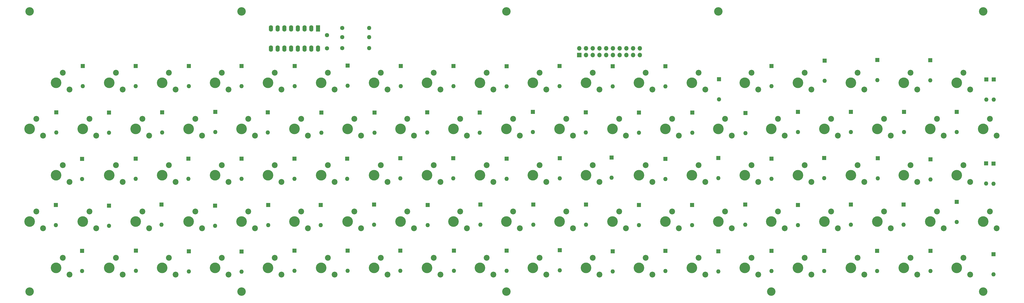
<source format=gbr>
%TF.GenerationSoftware,KiCad,Pcbnew,6.0.11+dfsg-1*%
%TF.CreationDate,2025-05-09T07:28:30+02:00*%
%TF.ProjectId,AkkordeonDiskant,416b6b6f-7264-4656-9f6e-4469736b616e,rev?*%
%TF.SameCoordinates,Original*%
%TF.FileFunction,Soldermask,Bot*%
%TF.FilePolarity,Negative*%
%FSLAX46Y46*%
G04 Gerber Fmt 4.6, Leading zero omitted, Abs format (unit mm)*
G04 Created by KiCad (PCBNEW 6.0.11+dfsg-1) date 2025-05-09 07:28:30*
%MOMM*%
%LPD*%
G01*
G04 APERTURE LIST*
%ADD10R,1.600000X1.600000*%
%ADD11O,1.600000X1.600000*%
%ADD12C,4.000000*%
%ADD13C,2.200000*%
%ADD14C,3.200000*%
%ADD15R,1.600000X2.400000*%
%ADD16O,1.600000X2.400000*%
%ADD17C,1.600000*%
%ADD18R,1.700000X1.700000*%
%ADD19O,1.700000X1.700000*%
G04 APERTURE END LIST*
D10*
%TO.C,D76*%
X270002000Y-143764000D03*
D11*
X270002000Y-151384000D03*
%TD*%
D10*
%TO.C,D39*%
X170053000Y-143637000D03*
D11*
X170053000Y-151257000D03*
%TD*%
D10*
%TO.C,D47*%
X329946000Y-213614000D03*
D11*
X329946000Y-221234000D03*
%TD*%
D12*
%TO.C,SW406*%
X130000000Y-167500000D03*
D13*
X135080000Y-170040000D03*
X132540000Y-163690000D03*
%TD*%
D12*
%TO.C,SW307*%
X160000000Y-185000000D03*
D13*
X165080000Y-187540000D03*
X162540000Y-181190000D03*
%TD*%
D12*
%TO.C,SW205*%
X110000000Y-202500000D03*
D13*
X115080000Y-205040000D03*
X112540000Y-198690000D03*
%TD*%
D10*
%TO.C,D73*%
X210058000Y-143764000D03*
D11*
X210058000Y-151384000D03*
%TD*%
D14*
%TO.C,REF120*%
X110000000Y-123000000D03*
%TD*%
D10*
%TO.C,D26*%
X59944000Y-161290000D03*
D11*
X59944000Y-168910000D03*
%TD*%
D10*
%TO.C,D79*%
X330073000Y-141605000D03*
D11*
X330073000Y-149225000D03*
%TD*%
D10*
%TO.C,D68*%
X259969000Y-161290000D03*
D11*
X259969000Y-168910000D03*
%TD*%
D10*
%TO.C,D82*%
X379984000Y-195072000D03*
D11*
X379984000Y-202692000D03*
%TD*%
D10*
%TO.C,D65*%
X199898000Y-161290000D03*
D11*
X199898000Y-168910000D03*
%TD*%
D10*
%TO.C,D53*%
X280035000Y-196215000D03*
D11*
X280035000Y-203835000D03*
%TD*%
D12*
%TO.C,SW211*%
X230000000Y-202500000D03*
D13*
X235080000Y-205040000D03*
X232540000Y-198690000D03*
%TD*%
D10*
%TO.C,D90*%
X391033000Y-180467000D03*
D11*
X391033000Y-188087000D03*
%TD*%
D12*
%TO.C,SW202*%
X50000000Y-202500000D03*
D13*
X55080000Y-205040000D03*
X52540000Y-198690000D03*
%TD*%
D10*
%TO.C,D81*%
X359918000Y-196088000D03*
D11*
X359918000Y-203708000D03*
%TD*%
D10*
%TO.C,D32*%
X180086000Y-161163000D03*
D11*
X180086000Y-168783000D03*
%TD*%
D10*
%TO.C,D69*%
X280162000Y-161290000D03*
D11*
X280162000Y-168910000D03*
%TD*%
D12*
%TO.C,SW302*%
X60000000Y-185000000D03*
D13*
X65080000Y-187540000D03*
X62540000Y-181190000D03*
%TD*%
D12*
%TO.C,SW108*%
X180000000Y-220000000D03*
D13*
X185080000Y-222540000D03*
X182540000Y-216190000D03*
%TD*%
D10*
%TO.C,D1*%
X49784000Y-213614000D03*
D11*
X49784000Y-221234000D03*
%TD*%
D10*
%TO.C,D62*%
X310007000Y-178689000D03*
D11*
X310007000Y-186309000D03*
%TD*%
D12*
%TO.C,SW405*%
X110000000Y-167500000D03*
D13*
X115080000Y-170040000D03*
X112540000Y-163690000D03*
%TD*%
D10*
%TO.C,D48*%
X349885000Y-213614000D03*
D11*
X349885000Y-221234000D03*
%TD*%
D12*
%TO.C,SW313*%
X280000000Y-185000000D03*
D13*
X285080000Y-187540000D03*
X282540000Y-181190000D03*
%TD*%
D12*
%TO.C,SW303*%
X80000000Y-185000000D03*
D13*
X85080000Y-187540000D03*
X82540000Y-181190000D03*
%TD*%
D12*
%TO.C,SW511*%
X240000000Y-150000000D03*
D13*
X245080000Y-152540000D03*
X242540000Y-146190000D03*
%TD*%
D12*
%TO.C,SW402*%
X50000000Y-167500000D03*
D13*
X55080000Y-170040000D03*
X52540000Y-163690000D03*
%TD*%
D12*
%TO.C,SW502*%
X60000000Y-150000000D03*
D13*
X65080000Y-152540000D03*
X62540000Y-146190000D03*
%TD*%
D14*
%TO.C,REF07*%
X110000000Y-229000000D03*
%TD*%
D10*
%TO.C,D12*%
X99949000Y-196469000D03*
D11*
X99949000Y-204089000D03*
%TD*%
D10*
%TO.C,D50*%
X220091000Y-196088000D03*
D11*
X220091000Y-203708000D03*
%TD*%
D10*
%TO.C,D23*%
X169926000Y-178562000D03*
D11*
X169926000Y-186182000D03*
%TD*%
D14*
%TO.C,REF07*%
X390000000Y-229000000D03*
%TD*%
D12*
%TO.C,SW403*%
X70000000Y-167500000D03*
D13*
X75080000Y-170040000D03*
X72540000Y-163690000D03*
%TD*%
D10*
%TO.C,D20*%
X109982000Y-178689000D03*
D11*
X109982000Y-186309000D03*
%TD*%
D10*
%TO.C,D60*%
X270002000Y-178816000D03*
D11*
X270002000Y-186436000D03*
%TD*%
D12*
%TO.C,SW505*%
X120000000Y-150000000D03*
D13*
X125080000Y-152540000D03*
X122540000Y-146190000D03*
%TD*%
D10*
%TO.C,D7*%
X169926000Y-213487000D03*
D11*
X169926000Y-221107000D03*
%TD*%
D14*
%TO.C,REF07*%
X390000000Y-123000000D03*
%TD*%
D12*
%TO.C,SW317*%
X360000000Y-185000000D03*
D13*
X365080000Y-187540000D03*
X362540000Y-181190000D03*
%TD*%
D10*
%TO.C,D70*%
X300228000Y-161417000D03*
D11*
X300228000Y-169037000D03*
%TD*%
D10*
%TO.C,D2*%
X70104000Y-213487000D03*
D11*
X70104000Y-221107000D03*
%TD*%
D10*
%TO.C,D14*%
X139827000Y-196215000D03*
D11*
X139827000Y-203835000D03*
%TD*%
D12*
%TO.C,SW103*%
X80000000Y-220000000D03*
D13*
X85080000Y-222540000D03*
X82540000Y-216190000D03*
%TD*%
D12*
%TO.C,SW101*%
X40000000Y-220000000D03*
D13*
X45080000Y-222540000D03*
X42540000Y-216190000D03*
%TD*%
D10*
%TO.C,D44*%
X270002000Y-213614000D03*
D11*
X270002000Y-221234000D03*
%TD*%
D12*
%TO.C,SW419*%
X390000000Y-167500000D03*
D13*
X395080000Y-170040000D03*
X392540000Y-163690000D03*
%TD*%
D10*
%TO.C,D43*%
X250063000Y-213741000D03*
D11*
X250063000Y-221361000D03*
%TD*%
D10*
%TO.C,D85*%
X379984000Y-161036000D03*
D11*
X379984000Y-168656000D03*
%TD*%
D10*
%TO.C,D3*%
X90043000Y-213741000D03*
D11*
X90043000Y-221361000D03*
%TD*%
D10*
%TO.C,D25*%
X40005000Y-161163000D03*
D11*
X40005000Y-168783000D03*
%TD*%
D15*
%TO.C,U1*%
X138821000Y-129423000D03*
D16*
X136281000Y-129423000D03*
X133741000Y-129423000D03*
X131201000Y-129423000D03*
X128661000Y-129423000D03*
X126121000Y-129423000D03*
X123581000Y-129423000D03*
X121041000Y-129423000D03*
X121041000Y-137043000D03*
X123581000Y-137043000D03*
X126121000Y-137043000D03*
X128661000Y-137043000D03*
X131201000Y-137043000D03*
X133741000Y-137043000D03*
X136281000Y-137043000D03*
X138821000Y-137043000D03*
%TD*%
D10*
%TO.C,D86*%
X393954000Y-148717000D03*
D11*
X393954000Y-156337000D03*
%TD*%
D10*
%TO.C,D42*%
X230124000Y-213360000D03*
D11*
X230124000Y-220980000D03*
%TD*%
D14*
%TO.C,REF07*%
X290000000Y-123000000D03*
%TD*%
D12*
%TO.C,SW515*%
X320000000Y-150000000D03*
D13*
X325080000Y-152540000D03*
X322540000Y-146190000D03*
%TD*%
D12*
%TO.C,SW116*%
X340000000Y-220000000D03*
D13*
X345080000Y-222540000D03*
X342540000Y-216190000D03*
%TD*%
D10*
%TO.C,D31*%
X160147000Y-161290000D03*
D11*
X160147000Y-168910000D03*
%TD*%
D12*
%TO.C,SW215*%
X310000000Y-202500000D03*
D13*
X315080000Y-205040000D03*
X312540000Y-198690000D03*
%TD*%
D10*
%TO.C,D17*%
X49784000Y-178816000D03*
D11*
X49784000Y-186436000D03*
%TD*%
D10*
%TO.C,D57*%
X210058000Y-178689000D03*
D11*
X210058000Y-186309000D03*
%TD*%
D17*
%TO.C,R3*%
X147955000Y-136906000D03*
D11*
X158115000Y-136906000D03*
%TD*%
D12*
%TO.C,SW315*%
X320000000Y-185000000D03*
D13*
X325080000Y-187540000D03*
X322540000Y-181190000D03*
%TD*%
D12*
%TO.C,SW503*%
X80000000Y-150000000D03*
D13*
X85080000Y-152540000D03*
X82540000Y-146190000D03*
%TD*%
D12*
%TO.C,SW411*%
X230000000Y-167500000D03*
D13*
X235080000Y-170040000D03*
X232540000Y-163690000D03*
%TD*%
D10*
%TO.C,D4*%
X109982000Y-213868000D03*
D11*
X109982000Y-221488000D03*
%TD*%
D12*
%TO.C,SW208*%
X170000000Y-202500000D03*
D13*
X175080000Y-205040000D03*
X172540000Y-198690000D03*
%TD*%
D12*
%TO.C,SW410*%
X210000000Y-167500000D03*
D13*
X215080000Y-170040000D03*
X212540000Y-163690000D03*
%TD*%
D10*
%TO.C,D88*%
X393827000Y-214884000D03*
D11*
X393827000Y-222504000D03*
%TD*%
D10*
%TO.C,D15*%
X160020000Y-196088000D03*
D11*
X160020000Y-203708000D03*
%TD*%
D12*
%TO.C,SW509*%
X200000000Y-150000000D03*
D13*
X205080000Y-152540000D03*
X202540000Y-146190000D03*
%TD*%
D14*
%TO.C,REF07*%
X310000000Y-229000000D03*
%TD*%
D12*
%TO.C,SW107*%
X160000000Y-220000000D03*
D13*
X165080000Y-222540000D03*
X162540000Y-216190000D03*
%TD*%
D12*
%TO.C,SW218*%
X370000000Y-202500000D03*
D13*
X375080000Y-205040000D03*
X372540000Y-198690000D03*
%TD*%
D10*
%TO.C,D87*%
X370078000Y-213614000D03*
D11*
X370078000Y-221234000D03*
%TD*%
D12*
%TO.C,SW305*%
X120000000Y-185000000D03*
D13*
X125080000Y-187540000D03*
X122540000Y-181190000D03*
%TD*%
D12*
%TO.C,SW414*%
X290000000Y-167500000D03*
D13*
X295080000Y-170040000D03*
X292540000Y-163690000D03*
%TD*%
D10*
%TO.C,D56*%
X339979000Y-196088000D03*
D11*
X339979000Y-203708000D03*
%TD*%
D10*
%TO.C,D72*%
X339979000Y-161036000D03*
D11*
X339979000Y-168656000D03*
%TD*%
D12*
%TO.C,SW513*%
X280000000Y-150000000D03*
D13*
X285080000Y-152540000D03*
X282540000Y-146190000D03*
%TD*%
D12*
%TO.C,SW418*%
X370000000Y-167500000D03*
D13*
X375080000Y-170040000D03*
X372540000Y-163690000D03*
%TD*%
D12*
%TO.C,SW104*%
X100000000Y-220000000D03*
D13*
X105080000Y-222540000D03*
X102540000Y-216190000D03*
%TD*%
D12*
%TO.C,SW216*%
X330000000Y-202500000D03*
D13*
X335080000Y-205040000D03*
X332540000Y-198690000D03*
%TD*%
D12*
%TO.C,SW417*%
X350000000Y-167500000D03*
D13*
X355080000Y-170040000D03*
X352540000Y-163690000D03*
%TD*%
D12*
%TO.C,SW412*%
X250000000Y-167500000D03*
D13*
X255080000Y-170040000D03*
X252540000Y-163690000D03*
%TD*%
D10*
%TO.C,D22*%
X149860000Y-178689000D03*
D11*
X149860000Y-186309000D03*
%TD*%
D12*
%TO.C,SW407*%
X150000000Y-167500000D03*
D13*
X155080000Y-170040000D03*
X152540000Y-163690000D03*
%TD*%
D12*
%TO.C,SW213*%
X270000000Y-202500000D03*
D13*
X275080000Y-205040000D03*
X272540000Y-198690000D03*
%TD*%
D10*
%TO.C,D84*%
X360045000Y-161036000D03*
D11*
X360045000Y-168656000D03*
%TD*%
D10*
%TO.C,D66*%
X219964000Y-161036000D03*
D11*
X219964000Y-168656000D03*
%TD*%
D10*
%TO.C,D46*%
X310007000Y-213614000D03*
D11*
X310007000Y-221234000D03*
%TD*%
D12*
%TO.C,SW209*%
X190000000Y-202500000D03*
D13*
X195080000Y-205040000D03*
X192540000Y-198690000D03*
%TD*%
D12*
%TO.C,SW314*%
X300000000Y-185000000D03*
D13*
X305080000Y-187540000D03*
X302540000Y-181190000D03*
%TD*%
D12*
%TO.C,SW112*%
X260000000Y-220000000D03*
D13*
X265080000Y-222540000D03*
X262540000Y-216190000D03*
%TD*%
D12*
%TO.C,SW113*%
X280000000Y-220000000D03*
D13*
X285080000Y-222540000D03*
X282540000Y-216190000D03*
%TD*%
D12*
%TO.C,SW114*%
X300000000Y-220000000D03*
D13*
X305080000Y-222540000D03*
X302540000Y-216190000D03*
%TD*%
D12*
%TO.C,SW512*%
X260000000Y-150000000D03*
D13*
X265080000Y-152540000D03*
X262540000Y-146190000D03*
%TD*%
D12*
%TO.C,SW106*%
X140000000Y-220000000D03*
D13*
X145080000Y-222540000D03*
X142540000Y-216190000D03*
%TD*%
D10*
%TO.C,D29*%
X119888000Y-161163000D03*
D11*
X119888000Y-168783000D03*
%TD*%
D10*
%TO.C,D91*%
X369951000Y-141478000D03*
D11*
X369951000Y-149098000D03*
%TD*%
D12*
%TO.C,SW510*%
X220000000Y-150000000D03*
D13*
X225080000Y-152540000D03*
X222540000Y-146190000D03*
%TD*%
D12*
%TO.C,SW413*%
X270000000Y-167500000D03*
D13*
X275080000Y-170040000D03*
X272540000Y-163690000D03*
%TD*%
D17*
%TO.C,R1*%
X147955000Y-129286000D03*
D11*
X158115000Y-129286000D03*
%TD*%
D12*
%TO.C,SW204*%
X90000000Y-202500000D03*
D13*
X95080000Y-205040000D03*
X92540000Y-198690000D03*
%TD*%
D10*
%TO.C,D33*%
X50038000Y-143637000D03*
D11*
X50038000Y-151257000D03*
%TD*%
D12*
%TO.C,SW312*%
X260000000Y-185000000D03*
D13*
X265080000Y-187540000D03*
X262540000Y-181190000D03*
%TD*%
D12*
%TO.C,SW514*%
X300000000Y-150000000D03*
D13*
X305080000Y-152540000D03*
X302540000Y-146190000D03*
%TD*%
D10*
%TO.C,D11*%
X79756000Y-196088000D03*
D11*
X79756000Y-203708000D03*
%TD*%
D10*
%TO.C,D92*%
X391160000Y-148717000D03*
D11*
X391160000Y-156337000D03*
%TD*%
D14*
%TO.C,REF07*%
X210000000Y-123000000D03*
%TD*%
D10*
%TO.C,D77*%
X290195000Y-148684000D03*
D11*
X290195000Y-156304000D03*
%TD*%
D12*
%TO.C,SW401*%
X30000000Y-167500000D03*
D13*
X35080000Y-170040000D03*
X32540000Y-163690000D03*
%TD*%
D12*
%TO.C,SW110*%
X220000000Y-220000000D03*
D13*
X225080000Y-222540000D03*
X222540000Y-216190000D03*
%TD*%
D10*
%TO.C,D27*%
X80010000Y-161163000D03*
D11*
X80010000Y-168783000D03*
%TD*%
D12*
%TO.C,SW311*%
X240000000Y-185000000D03*
D13*
X245080000Y-187540000D03*
X242540000Y-181190000D03*
%TD*%
D10*
%TO.C,D16*%
X180213000Y-196215000D03*
D11*
X180213000Y-203835000D03*
%TD*%
D12*
%TO.C,SW316*%
X340000000Y-185000000D03*
D13*
X345080000Y-187540000D03*
X342540000Y-181190000D03*
%TD*%
D10*
%TO.C,D49*%
X200152000Y-196088000D03*
D11*
X200152000Y-203708000D03*
%TD*%
D12*
%TO.C,SW105*%
X120000000Y-220000000D03*
D13*
X125080000Y-222540000D03*
X122540000Y-216190000D03*
%TD*%
D10*
%TO.C,D41*%
X210058000Y-213487000D03*
D11*
X210058000Y-221107000D03*
%TD*%
D10*
%TO.C,D63*%
X329946000Y-178435000D03*
D11*
X329946000Y-186055000D03*
%TD*%
D12*
%TO.C,SW516*%
X340000000Y-150000000D03*
D13*
X345080000Y-152540000D03*
X342540000Y-146190000D03*
%TD*%
D10*
%TO.C,D80*%
X350012000Y-141351000D03*
D11*
X350012000Y-148971000D03*
%TD*%
D10*
%TO.C,D52*%
X259969000Y-196215000D03*
D11*
X259969000Y-203835000D03*
%TD*%
D10*
%TO.C,D28*%
X100076000Y-161036000D03*
D11*
X100076000Y-168656000D03*
%TD*%
D10*
%TO.C,D75*%
X250063000Y-143764000D03*
D11*
X250063000Y-151384000D03*
%TD*%
D10*
%TO.C,D19*%
X89916000Y-178689000D03*
D11*
X89916000Y-186309000D03*
%TD*%
D10*
%TO.C,D55*%
X320040000Y-196215000D03*
D11*
X320040000Y-203835000D03*
%TD*%
D10*
%TO.C,D74*%
X229997000Y-143637000D03*
D11*
X229997000Y-151257000D03*
%TD*%
D12*
%TO.C,SW201*%
X30000000Y-202500000D03*
D13*
X35080000Y-205040000D03*
X32540000Y-198690000D03*
%TD*%
D14*
%TO.C,REF07*%
X30000000Y-229000000D03*
%TD*%
D10*
%TO.C,D61*%
X289941000Y-178435000D03*
D11*
X289941000Y-186055000D03*
%TD*%
D12*
%TO.C,SW206*%
X130000000Y-202500000D03*
D13*
X135080000Y-205040000D03*
X132540000Y-198690000D03*
%TD*%
D10*
%TO.C,D67*%
X239903000Y-161163000D03*
D11*
X239903000Y-168783000D03*
%TD*%
D10*
%TO.C,D54*%
X300101000Y-196088000D03*
D11*
X300101000Y-203708000D03*
%TD*%
D12*
%TO.C,SW102*%
X60000000Y-220000000D03*
D13*
X65080000Y-222540000D03*
X62540000Y-216190000D03*
%TD*%
D10*
%TO.C,D36*%
X109982000Y-143637000D03*
D11*
X109982000Y-151257000D03*
%TD*%
D10*
%TO.C,D78*%
X310007000Y-143637000D03*
D11*
X310007000Y-151257000D03*
%TD*%
D12*
%TO.C,SW504*%
X100000000Y-150000000D03*
D13*
X105080000Y-152540000D03*
X102540000Y-146190000D03*
%TD*%
D12*
%TO.C,SW309*%
X200000000Y-185000000D03*
D13*
X205080000Y-187540000D03*
X202540000Y-181190000D03*
%TD*%
D12*
%TO.C,SW109*%
X200000000Y-220000000D03*
D13*
X205080000Y-222540000D03*
X202540000Y-216190000D03*
%TD*%
D10*
%TO.C,D37*%
X130048000Y-143637000D03*
D11*
X130048000Y-151257000D03*
%TD*%
D12*
%TO.C,SW304*%
X100000000Y-185000000D03*
D13*
X105080000Y-187540000D03*
X102540000Y-181190000D03*
%TD*%
D12*
%TO.C,SW207*%
X150000000Y-202500000D03*
D13*
X155080000Y-205040000D03*
X152540000Y-198690000D03*
%TD*%
D10*
%TO.C,D34*%
X69977000Y-143637000D03*
D11*
X69977000Y-151257000D03*
%TD*%
D12*
%TO.C,SW210*%
X210000000Y-202500000D03*
D13*
X215080000Y-205040000D03*
X212540000Y-198690000D03*
%TD*%
D12*
%TO.C,SW507*%
X160000000Y-150000000D03*
D13*
X165080000Y-152540000D03*
X162540000Y-146190000D03*
%TD*%
D10*
%TO.C,D21*%
X129921000Y-178689000D03*
D11*
X129921000Y-186309000D03*
%TD*%
D14*
%TO.C,REF07*%
X30000000Y-123000000D03*
%TD*%
D10*
%TO.C,D10*%
X59944000Y-196469000D03*
D11*
X59944000Y-204089000D03*
%TD*%
D12*
%TO.C,SW214*%
X290000000Y-202500000D03*
D13*
X295080000Y-205040000D03*
X292540000Y-198690000D03*
%TD*%
D10*
%TO.C,D38*%
X149987000Y-143510000D03*
D11*
X149987000Y-151130000D03*
%TD*%
D12*
%TO.C,SW115*%
X320000000Y-220000000D03*
D13*
X325080000Y-222540000D03*
X322540000Y-216190000D03*
%TD*%
D12*
%TO.C,SW111*%
X240000000Y-220000000D03*
D13*
X245080000Y-222540000D03*
X242540000Y-216190000D03*
%TD*%
D10*
%TO.C,D89*%
X370078000Y-178943000D03*
D11*
X370078000Y-186563000D03*
%TD*%
D12*
%TO.C,SW404*%
X90000000Y-167500000D03*
D13*
X95080000Y-170040000D03*
X92540000Y-163690000D03*
%TD*%
D12*
%TO.C,SW501*%
X40000000Y-150000000D03*
D13*
X45080000Y-152540000D03*
X42540000Y-146190000D03*
%TD*%
D14*
%TO.C,REF07*%
X210000000Y-229000000D03*
%TD*%
D10*
%TO.C,D59*%
X249682000Y-178308000D03*
D11*
X249682000Y-185928000D03*
%TD*%
D12*
%TO.C,SW408*%
X170000000Y-167500000D03*
D13*
X175080000Y-170040000D03*
X172540000Y-163690000D03*
%TD*%
D12*
%TO.C,SW409*%
X190000000Y-167500000D03*
D13*
X195080000Y-170040000D03*
X192540000Y-163690000D03*
%TD*%
D12*
%TO.C,SW212*%
X250000000Y-202500000D03*
D13*
X255080000Y-205040000D03*
X252540000Y-198690000D03*
%TD*%
D10*
%TO.C,D45*%
X289941000Y-213741000D03*
D11*
X289941000Y-221361000D03*
%TD*%
D10*
%TO.C,D30*%
X140081000Y-161290000D03*
D11*
X140081000Y-168910000D03*
%TD*%
D10*
%TO.C,D5*%
X129921000Y-213487000D03*
D11*
X129921000Y-221107000D03*
%TD*%
D12*
%TO.C,SW308*%
X180000000Y-185000000D03*
D13*
X185080000Y-187540000D03*
X182540000Y-181190000D03*
%TD*%
D10*
%TO.C,D51*%
X240030000Y-196088000D03*
D11*
X240030000Y-203708000D03*
%TD*%
D10*
%TO.C,D40*%
X189992000Y-143637000D03*
D11*
X189992000Y-151257000D03*
%TD*%
D12*
%TO.C,SW117*%
X360000000Y-220000000D03*
D13*
X365080000Y-222540000D03*
X362540000Y-216190000D03*
%TD*%
D12*
%TO.C,SW508*%
X180000000Y-150000000D03*
D13*
X185080000Y-152540000D03*
X182540000Y-146190000D03*
%TD*%
D10*
%TO.C,D64*%
X350139000Y-178562000D03*
D11*
X350139000Y-186182000D03*
%TD*%
D10*
%TO.C,D58*%
X230124000Y-178562000D03*
D11*
X230124000Y-186182000D03*
%TD*%
D12*
%TO.C,SW517*%
X360000000Y-150000000D03*
D13*
X365080000Y-152540000D03*
X362540000Y-146190000D03*
%TD*%
D12*
%TO.C,SW203*%
X70000000Y-202500000D03*
D13*
X75080000Y-205040000D03*
X72540000Y-198690000D03*
%TD*%
D12*
%TO.C,SW219*%
X390000000Y-202500000D03*
D13*
X395080000Y-205040000D03*
X392540000Y-198690000D03*
%TD*%
D12*
%TO.C,SW217*%
X350000000Y-202500000D03*
D13*
X355080000Y-205040000D03*
X352540000Y-198690000D03*
%TD*%
D17*
%TO.C,C1*%
X142240000Y-136993000D03*
X142240000Y-131993000D03*
%TD*%
D12*
%TO.C,SW310*%
X220000000Y-185000000D03*
D13*
X225080000Y-187540000D03*
X222540000Y-181190000D03*
%TD*%
D10*
%TO.C,D6*%
X149987000Y-213487000D03*
D11*
X149987000Y-221107000D03*
%TD*%
D12*
%TO.C,SW318*%
X380000000Y-185000000D03*
D13*
X385080000Y-187540000D03*
X382540000Y-181190000D03*
%TD*%
D12*
%TO.C,SW306*%
X140000000Y-185000000D03*
D13*
X145080000Y-187540000D03*
X142540000Y-181190000D03*
%TD*%
D12*
%TO.C,SW118*%
X380000000Y-220000000D03*
D13*
X385080000Y-222540000D03*
X382540000Y-216190000D03*
%TD*%
D10*
%TO.C,D9*%
X39878000Y-196215000D03*
D11*
X39878000Y-203835000D03*
%TD*%
D12*
%TO.C,SW415*%
X310000000Y-167500000D03*
D13*
X315080000Y-170040000D03*
X312540000Y-163690000D03*
%TD*%
D10*
%TO.C,D24*%
X189865000Y-178562000D03*
D11*
X189865000Y-186182000D03*
%TD*%
D10*
%TO.C,D83*%
X393827000Y-180594000D03*
D11*
X393827000Y-188214000D03*
%TD*%
D12*
%TO.C,SW301*%
X40000000Y-185000000D03*
D13*
X45080000Y-187540000D03*
X42540000Y-181190000D03*
%TD*%
D12*
%TO.C,SW506*%
X140000000Y-150000000D03*
D13*
X145080000Y-152540000D03*
X142540000Y-146190000D03*
%TD*%
D17*
%TO.C,R2*%
X147955000Y-132715000D03*
D11*
X158115000Y-132715000D03*
%TD*%
D10*
%TO.C,D13*%
X120015000Y-196215000D03*
D11*
X120015000Y-203835000D03*
%TD*%
D12*
%TO.C,SW416*%
X330000000Y-167500000D03*
D13*
X335080000Y-170040000D03*
X332540000Y-163690000D03*
%TD*%
D10*
%TO.C,D71*%
X320040000Y-161036000D03*
D11*
X320040000Y-168656000D03*
%TD*%
D10*
%TO.C,D8*%
X190119000Y-213487000D03*
D11*
X190119000Y-221107000D03*
%TD*%
D12*
%TO.C,SW518*%
X380000000Y-150000000D03*
D13*
X385080000Y-152540000D03*
X382540000Y-146190000D03*
%TD*%
D10*
%TO.C,D18*%
X69977000Y-178689000D03*
D11*
X69977000Y-186309000D03*
%TD*%
D18*
%TO.C,J1*%
X237475000Y-139540000D03*
D19*
X237475000Y-137000000D03*
X240015000Y-139540000D03*
X240015000Y-137000000D03*
X242555000Y-139540000D03*
X242555000Y-137000000D03*
X245095000Y-139540000D03*
X245095000Y-137000000D03*
X247635000Y-139540000D03*
X247635000Y-137000000D03*
X250175000Y-139540000D03*
X250175000Y-137000000D03*
X252715000Y-139540000D03*
X252715000Y-137000000D03*
X255255000Y-139540000D03*
X255255000Y-137000000D03*
X257795000Y-139540000D03*
X257795000Y-137000000D03*
X260335000Y-139540000D03*
X260335000Y-137000000D03*
%TD*%
D10*
%TO.C,D35*%
X90043000Y-143637000D03*
D11*
X90043000Y-151257000D03*
%TD*%
M02*

</source>
